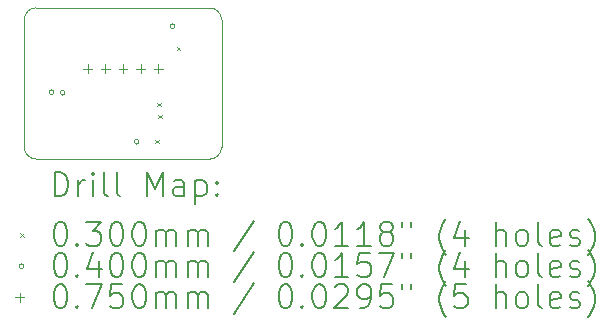
<source format=gbr>
%TF.GenerationSoftware,KiCad,Pcbnew,8.0.2*%
%TF.CreationDate,2024-07-25T04:43:01-07:00*%
%TF.ProjectId,uSlime_BNO085,75536c69-6d65-45f4-924e-4f3038352e6b,rev?*%
%TF.SameCoordinates,Original*%
%TF.FileFunction,Drillmap*%
%TF.FilePolarity,Positive*%
%FSLAX45Y45*%
G04 Gerber Fmt 4.5, Leading zero omitted, Abs format (unit mm)*
G04 Created by KiCad (PCBNEW 8.0.2) date 2024-07-25 04:43:01*
%MOMM*%
%LPD*%
G01*
G04 APERTURE LIST*
%ADD10C,0.050000*%
%ADD11C,0.200000*%
%ADD12C,0.100000*%
G04 APERTURE END LIST*
D10*
X11634999Y-8935711D02*
X10165000Y-8935000D01*
X10165000Y-10215000D02*
X11635000Y-10215000D01*
X11735000Y-10115000D02*
X11734999Y-9035711D01*
X10065000Y-9035000D02*
G75*
G02*
X10165000Y-8935000I100000J0D01*
G01*
X10065000Y-9035000D02*
X10065000Y-10115000D01*
X10165000Y-10215000D02*
G75*
G02*
X10065000Y-10115000I0J100000D01*
G01*
X11634999Y-8935711D02*
G75*
G02*
X11734999Y-9035711I1J-99999D01*
G01*
X11735000Y-10115000D02*
G75*
G02*
X11635000Y-10215000I-100000J0D01*
G01*
D11*
D12*
X11175000Y-10050000D02*
X11205000Y-10080000D01*
X11205000Y-10050000D02*
X11175000Y-10080000D01*
X11190000Y-9740000D02*
X11220000Y-9770000D01*
X11220000Y-9740000D02*
X11190000Y-9770000D01*
X11197780Y-9838441D02*
X11227780Y-9868441D01*
X11227780Y-9838441D02*
X11197780Y-9868441D01*
X11355000Y-9265000D02*
X11385000Y-9295000D01*
X11385000Y-9265000D02*
X11355000Y-9295000D01*
X10315000Y-9650000D02*
G75*
G02*
X10275000Y-9650000I-20000J0D01*
G01*
X10275000Y-9650000D02*
G75*
G02*
X10315000Y-9650000I20000J0D01*
G01*
X10410000Y-9655000D02*
G75*
G02*
X10370000Y-9655000I-20000J0D01*
G01*
X10370000Y-9655000D02*
G75*
G02*
X10410000Y-9655000I20000J0D01*
G01*
X11036671Y-10070054D02*
G75*
G02*
X10996671Y-10070054I-20000J0D01*
G01*
X10996671Y-10070054D02*
G75*
G02*
X11036671Y-10070054I20000J0D01*
G01*
X11340000Y-9090000D02*
G75*
G02*
X11300000Y-9090000I-20000J0D01*
G01*
X11300000Y-9090000D02*
G75*
G02*
X11340000Y-9090000I20000J0D01*
G01*
X10600500Y-9412500D02*
X10600500Y-9487500D01*
X10563000Y-9450000D02*
X10638000Y-9450000D01*
X10750500Y-9412500D02*
X10750500Y-9487500D01*
X10713000Y-9450000D02*
X10788000Y-9450000D01*
X10900500Y-9412500D02*
X10900500Y-9487500D01*
X10863000Y-9450000D02*
X10938000Y-9450000D01*
X11050500Y-9412500D02*
X11050500Y-9487500D01*
X11013000Y-9450000D02*
X11088000Y-9450000D01*
X11200500Y-9412500D02*
X11200500Y-9487500D01*
X11163000Y-9450000D02*
X11238000Y-9450000D01*
D11*
X10323277Y-10528984D02*
X10323277Y-10328984D01*
X10323277Y-10328984D02*
X10370896Y-10328984D01*
X10370896Y-10328984D02*
X10399467Y-10338508D01*
X10399467Y-10338508D02*
X10418515Y-10357555D01*
X10418515Y-10357555D02*
X10428039Y-10376603D01*
X10428039Y-10376603D02*
X10437563Y-10414698D01*
X10437563Y-10414698D02*
X10437563Y-10443270D01*
X10437563Y-10443270D02*
X10428039Y-10481365D01*
X10428039Y-10481365D02*
X10418515Y-10500412D01*
X10418515Y-10500412D02*
X10399467Y-10519460D01*
X10399467Y-10519460D02*
X10370896Y-10528984D01*
X10370896Y-10528984D02*
X10323277Y-10528984D01*
X10523277Y-10528984D02*
X10523277Y-10395650D01*
X10523277Y-10433746D02*
X10532801Y-10414698D01*
X10532801Y-10414698D02*
X10542324Y-10405174D01*
X10542324Y-10405174D02*
X10561372Y-10395650D01*
X10561372Y-10395650D02*
X10580420Y-10395650D01*
X10647086Y-10528984D02*
X10647086Y-10395650D01*
X10647086Y-10328984D02*
X10637563Y-10338508D01*
X10637563Y-10338508D02*
X10647086Y-10348031D01*
X10647086Y-10348031D02*
X10656610Y-10338508D01*
X10656610Y-10338508D02*
X10647086Y-10328984D01*
X10647086Y-10328984D02*
X10647086Y-10348031D01*
X10770896Y-10528984D02*
X10751848Y-10519460D01*
X10751848Y-10519460D02*
X10742324Y-10500412D01*
X10742324Y-10500412D02*
X10742324Y-10328984D01*
X10875658Y-10528984D02*
X10856610Y-10519460D01*
X10856610Y-10519460D02*
X10847086Y-10500412D01*
X10847086Y-10500412D02*
X10847086Y-10328984D01*
X11104229Y-10528984D02*
X11104229Y-10328984D01*
X11104229Y-10328984D02*
X11170896Y-10471841D01*
X11170896Y-10471841D02*
X11237562Y-10328984D01*
X11237562Y-10328984D02*
X11237562Y-10528984D01*
X11418515Y-10528984D02*
X11418515Y-10424222D01*
X11418515Y-10424222D02*
X11408991Y-10405174D01*
X11408991Y-10405174D02*
X11389943Y-10395650D01*
X11389943Y-10395650D02*
X11351848Y-10395650D01*
X11351848Y-10395650D02*
X11332801Y-10405174D01*
X11418515Y-10519460D02*
X11399467Y-10528984D01*
X11399467Y-10528984D02*
X11351848Y-10528984D01*
X11351848Y-10528984D02*
X11332801Y-10519460D01*
X11332801Y-10519460D02*
X11323277Y-10500412D01*
X11323277Y-10500412D02*
X11323277Y-10481365D01*
X11323277Y-10481365D02*
X11332801Y-10462317D01*
X11332801Y-10462317D02*
X11351848Y-10452793D01*
X11351848Y-10452793D02*
X11399467Y-10452793D01*
X11399467Y-10452793D02*
X11418515Y-10443270D01*
X11513753Y-10395650D02*
X11513753Y-10595650D01*
X11513753Y-10405174D02*
X11532801Y-10395650D01*
X11532801Y-10395650D02*
X11570896Y-10395650D01*
X11570896Y-10395650D02*
X11589943Y-10405174D01*
X11589943Y-10405174D02*
X11599467Y-10414698D01*
X11599467Y-10414698D02*
X11608991Y-10433746D01*
X11608991Y-10433746D02*
X11608991Y-10490889D01*
X11608991Y-10490889D02*
X11599467Y-10509936D01*
X11599467Y-10509936D02*
X11589943Y-10519460D01*
X11589943Y-10519460D02*
X11570896Y-10528984D01*
X11570896Y-10528984D02*
X11532801Y-10528984D01*
X11532801Y-10528984D02*
X11513753Y-10519460D01*
X11694705Y-10509936D02*
X11704229Y-10519460D01*
X11704229Y-10519460D02*
X11694705Y-10528984D01*
X11694705Y-10528984D02*
X11685182Y-10519460D01*
X11685182Y-10519460D02*
X11694705Y-10509936D01*
X11694705Y-10509936D02*
X11694705Y-10528984D01*
X11694705Y-10405174D02*
X11704229Y-10414698D01*
X11704229Y-10414698D02*
X11694705Y-10424222D01*
X11694705Y-10424222D02*
X11685182Y-10414698D01*
X11685182Y-10414698D02*
X11694705Y-10405174D01*
X11694705Y-10405174D02*
X11694705Y-10424222D01*
D12*
X10032500Y-10842500D02*
X10062500Y-10872500D01*
X10062500Y-10842500D02*
X10032500Y-10872500D01*
D11*
X10361372Y-10748984D02*
X10380420Y-10748984D01*
X10380420Y-10748984D02*
X10399467Y-10758508D01*
X10399467Y-10758508D02*
X10408991Y-10768031D01*
X10408991Y-10768031D02*
X10418515Y-10787079D01*
X10418515Y-10787079D02*
X10428039Y-10825174D01*
X10428039Y-10825174D02*
X10428039Y-10872793D01*
X10428039Y-10872793D02*
X10418515Y-10910889D01*
X10418515Y-10910889D02*
X10408991Y-10929936D01*
X10408991Y-10929936D02*
X10399467Y-10939460D01*
X10399467Y-10939460D02*
X10380420Y-10948984D01*
X10380420Y-10948984D02*
X10361372Y-10948984D01*
X10361372Y-10948984D02*
X10342324Y-10939460D01*
X10342324Y-10939460D02*
X10332801Y-10929936D01*
X10332801Y-10929936D02*
X10323277Y-10910889D01*
X10323277Y-10910889D02*
X10313753Y-10872793D01*
X10313753Y-10872793D02*
X10313753Y-10825174D01*
X10313753Y-10825174D02*
X10323277Y-10787079D01*
X10323277Y-10787079D02*
X10332801Y-10768031D01*
X10332801Y-10768031D02*
X10342324Y-10758508D01*
X10342324Y-10758508D02*
X10361372Y-10748984D01*
X10513753Y-10929936D02*
X10523277Y-10939460D01*
X10523277Y-10939460D02*
X10513753Y-10948984D01*
X10513753Y-10948984D02*
X10504229Y-10939460D01*
X10504229Y-10939460D02*
X10513753Y-10929936D01*
X10513753Y-10929936D02*
X10513753Y-10948984D01*
X10589944Y-10748984D02*
X10713753Y-10748984D01*
X10713753Y-10748984D02*
X10647086Y-10825174D01*
X10647086Y-10825174D02*
X10675658Y-10825174D01*
X10675658Y-10825174D02*
X10694705Y-10834698D01*
X10694705Y-10834698D02*
X10704229Y-10844222D01*
X10704229Y-10844222D02*
X10713753Y-10863270D01*
X10713753Y-10863270D02*
X10713753Y-10910889D01*
X10713753Y-10910889D02*
X10704229Y-10929936D01*
X10704229Y-10929936D02*
X10694705Y-10939460D01*
X10694705Y-10939460D02*
X10675658Y-10948984D01*
X10675658Y-10948984D02*
X10618515Y-10948984D01*
X10618515Y-10948984D02*
X10599467Y-10939460D01*
X10599467Y-10939460D02*
X10589944Y-10929936D01*
X10837563Y-10748984D02*
X10856610Y-10748984D01*
X10856610Y-10748984D02*
X10875658Y-10758508D01*
X10875658Y-10758508D02*
X10885182Y-10768031D01*
X10885182Y-10768031D02*
X10894705Y-10787079D01*
X10894705Y-10787079D02*
X10904229Y-10825174D01*
X10904229Y-10825174D02*
X10904229Y-10872793D01*
X10904229Y-10872793D02*
X10894705Y-10910889D01*
X10894705Y-10910889D02*
X10885182Y-10929936D01*
X10885182Y-10929936D02*
X10875658Y-10939460D01*
X10875658Y-10939460D02*
X10856610Y-10948984D01*
X10856610Y-10948984D02*
X10837563Y-10948984D01*
X10837563Y-10948984D02*
X10818515Y-10939460D01*
X10818515Y-10939460D02*
X10808991Y-10929936D01*
X10808991Y-10929936D02*
X10799467Y-10910889D01*
X10799467Y-10910889D02*
X10789944Y-10872793D01*
X10789944Y-10872793D02*
X10789944Y-10825174D01*
X10789944Y-10825174D02*
X10799467Y-10787079D01*
X10799467Y-10787079D02*
X10808991Y-10768031D01*
X10808991Y-10768031D02*
X10818515Y-10758508D01*
X10818515Y-10758508D02*
X10837563Y-10748984D01*
X11028039Y-10748984D02*
X11047086Y-10748984D01*
X11047086Y-10748984D02*
X11066134Y-10758508D01*
X11066134Y-10758508D02*
X11075658Y-10768031D01*
X11075658Y-10768031D02*
X11085182Y-10787079D01*
X11085182Y-10787079D02*
X11094705Y-10825174D01*
X11094705Y-10825174D02*
X11094705Y-10872793D01*
X11094705Y-10872793D02*
X11085182Y-10910889D01*
X11085182Y-10910889D02*
X11075658Y-10929936D01*
X11075658Y-10929936D02*
X11066134Y-10939460D01*
X11066134Y-10939460D02*
X11047086Y-10948984D01*
X11047086Y-10948984D02*
X11028039Y-10948984D01*
X11028039Y-10948984D02*
X11008991Y-10939460D01*
X11008991Y-10939460D02*
X10999467Y-10929936D01*
X10999467Y-10929936D02*
X10989944Y-10910889D01*
X10989944Y-10910889D02*
X10980420Y-10872793D01*
X10980420Y-10872793D02*
X10980420Y-10825174D01*
X10980420Y-10825174D02*
X10989944Y-10787079D01*
X10989944Y-10787079D02*
X10999467Y-10768031D01*
X10999467Y-10768031D02*
X11008991Y-10758508D01*
X11008991Y-10758508D02*
X11028039Y-10748984D01*
X11180420Y-10948984D02*
X11180420Y-10815650D01*
X11180420Y-10834698D02*
X11189943Y-10825174D01*
X11189943Y-10825174D02*
X11208991Y-10815650D01*
X11208991Y-10815650D02*
X11237563Y-10815650D01*
X11237563Y-10815650D02*
X11256610Y-10825174D01*
X11256610Y-10825174D02*
X11266134Y-10844222D01*
X11266134Y-10844222D02*
X11266134Y-10948984D01*
X11266134Y-10844222D02*
X11275658Y-10825174D01*
X11275658Y-10825174D02*
X11294705Y-10815650D01*
X11294705Y-10815650D02*
X11323277Y-10815650D01*
X11323277Y-10815650D02*
X11342324Y-10825174D01*
X11342324Y-10825174D02*
X11351848Y-10844222D01*
X11351848Y-10844222D02*
X11351848Y-10948984D01*
X11447086Y-10948984D02*
X11447086Y-10815650D01*
X11447086Y-10834698D02*
X11456610Y-10825174D01*
X11456610Y-10825174D02*
X11475658Y-10815650D01*
X11475658Y-10815650D02*
X11504229Y-10815650D01*
X11504229Y-10815650D02*
X11523277Y-10825174D01*
X11523277Y-10825174D02*
X11532801Y-10844222D01*
X11532801Y-10844222D02*
X11532801Y-10948984D01*
X11532801Y-10844222D02*
X11542324Y-10825174D01*
X11542324Y-10825174D02*
X11561372Y-10815650D01*
X11561372Y-10815650D02*
X11589943Y-10815650D01*
X11589943Y-10815650D02*
X11608991Y-10825174D01*
X11608991Y-10825174D02*
X11618515Y-10844222D01*
X11618515Y-10844222D02*
X11618515Y-10948984D01*
X12008991Y-10739460D02*
X11837563Y-10996603D01*
X12266134Y-10748984D02*
X12285182Y-10748984D01*
X12285182Y-10748984D02*
X12304229Y-10758508D01*
X12304229Y-10758508D02*
X12313753Y-10768031D01*
X12313753Y-10768031D02*
X12323277Y-10787079D01*
X12323277Y-10787079D02*
X12332801Y-10825174D01*
X12332801Y-10825174D02*
X12332801Y-10872793D01*
X12332801Y-10872793D02*
X12323277Y-10910889D01*
X12323277Y-10910889D02*
X12313753Y-10929936D01*
X12313753Y-10929936D02*
X12304229Y-10939460D01*
X12304229Y-10939460D02*
X12285182Y-10948984D01*
X12285182Y-10948984D02*
X12266134Y-10948984D01*
X12266134Y-10948984D02*
X12247086Y-10939460D01*
X12247086Y-10939460D02*
X12237563Y-10929936D01*
X12237563Y-10929936D02*
X12228039Y-10910889D01*
X12228039Y-10910889D02*
X12218515Y-10872793D01*
X12218515Y-10872793D02*
X12218515Y-10825174D01*
X12218515Y-10825174D02*
X12228039Y-10787079D01*
X12228039Y-10787079D02*
X12237563Y-10768031D01*
X12237563Y-10768031D02*
X12247086Y-10758508D01*
X12247086Y-10758508D02*
X12266134Y-10748984D01*
X12418515Y-10929936D02*
X12428039Y-10939460D01*
X12428039Y-10939460D02*
X12418515Y-10948984D01*
X12418515Y-10948984D02*
X12408991Y-10939460D01*
X12408991Y-10939460D02*
X12418515Y-10929936D01*
X12418515Y-10929936D02*
X12418515Y-10948984D01*
X12551848Y-10748984D02*
X12570896Y-10748984D01*
X12570896Y-10748984D02*
X12589944Y-10758508D01*
X12589944Y-10758508D02*
X12599467Y-10768031D01*
X12599467Y-10768031D02*
X12608991Y-10787079D01*
X12608991Y-10787079D02*
X12618515Y-10825174D01*
X12618515Y-10825174D02*
X12618515Y-10872793D01*
X12618515Y-10872793D02*
X12608991Y-10910889D01*
X12608991Y-10910889D02*
X12599467Y-10929936D01*
X12599467Y-10929936D02*
X12589944Y-10939460D01*
X12589944Y-10939460D02*
X12570896Y-10948984D01*
X12570896Y-10948984D02*
X12551848Y-10948984D01*
X12551848Y-10948984D02*
X12532801Y-10939460D01*
X12532801Y-10939460D02*
X12523277Y-10929936D01*
X12523277Y-10929936D02*
X12513753Y-10910889D01*
X12513753Y-10910889D02*
X12504229Y-10872793D01*
X12504229Y-10872793D02*
X12504229Y-10825174D01*
X12504229Y-10825174D02*
X12513753Y-10787079D01*
X12513753Y-10787079D02*
X12523277Y-10768031D01*
X12523277Y-10768031D02*
X12532801Y-10758508D01*
X12532801Y-10758508D02*
X12551848Y-10748984D01*
X12808991Y-10948984D02*
X12694706Y-10948984D01*
X12751848Y-10948984D02*
X12751848Y-10748984D01*
X12751848Y-10748984D02*
X12732801Y-10777555D01*
X12732801Y-10777555D02*
X12713753Y-10796603D01*
X12713753Y-10796603D02*
X12694706Y-10806127D01*
X12999467Y-10948984D02*
X12885182Y-10948984D01*
X12942325Y-10948984D02*
X12942325Y-10748984D01*
X12942325Y-10748984D02*
X12923277Y-10777555D01*
X12923277Y-10777555D02*
X12904229Y-10796603D01*
X12904229Y-10796603D02*
X12885182Y-10806127D01*
X13113753Y-10834698D02*
X13094706Y-10825174D01*
X13094706Y-10825174D02*
X13085182Y-10815650D01*
X13085182Y-10815650D02*
X13075658Y-10796603D01*
X13075658Y-10796603D02*
X13075658Y-10787079D01*
X13075658Y-10787079D02*
X13085182Y-10768031D01*
X13085182Y-10768031D02*
X13094706Y-10758508D01*
X13094706Y-10758508D02*
X13113753Y-10748984D01*
X13113753Y-10748984D02*
X13151848Y-10748984D01*
X13151848Y-10748984D02*
X13170896Y-10758508D01*
X13170896Y-10758508D02*
X13180420Y-10768031D01*
X13180420Y-10768031D02*
X13189944Y-10787079D01*
X13189944Y-10787079D02*
X13189944Y-10796603D01*
X13189944Y-10796603D02*
X13180420Y-10815650D01*
X13180420Y-10815650D02*
X13170896Y-10825174D01*
X13170896Y-10825174D02*
X13151848Y-10834698D01*
X13151848Y-10834698D02*
X13113753Y-10834698D01*
X13113753Y-10834698D02*
X13094706Y-10844222D01*
X13094706Y-10844222D02*
X13085182Y-10853746D01*
X13085182Y-10853746D02*
X13075658Y-10872793D01*
X13075658Y-10872793D02*
X13075658Y-10910889D01*
X13075658Y-10910889D02*
X13085182Y-10929936D01*
X13085182Y-10929936D02*
X13094706Y-10939460D01*
X13094706Y-10939460D02*
X13113753Y-10948984D01*
X13113753Y-10948984D02*
X13151848Y-10948984D01*
X13151848Y-10948984D02*
X13170896Y-10939460D01*
X13170896Y-10939460D02*
X13180420Y-10929936D01*
X13180420Y-10929936D02*
X13189944Y-10910889D01*
X13189944Y-10910889D02*
X13189944Y-10872793D01*
X13189944Y-10872793D02*
X13180420Y-10853746D01*
X13180420Y-10853746D02*
X13170896Y-10844222D01*
X13170896Y-10844222D02*
X13151848Y-10834698D01*
X13266134Y-10748984D02*
X13266134Y-10787079D01*
X13342325Y-10748984D02*
X13342325Y-10787079D01*
X13637563Y-11025174D02*
X13628039Y-11015650D01*
X13628039Y-11015650D02*
X13608991Y-10987079D01*
X13608991Y-10987079D02*
X13599468Y-10968031D01*
X13599468Y-10968031D02*
X13589944Y-10939460D01*
X13589944Y-10939460D02*
X13580420Y-10891841D01*
X13580420Y-10891841D02*
X13580420Y-10853746D01*
X13580420Y-10853746D02*
X13589944Y-10806127D01*
X13589944Y-10806127D02*
X13599468Y-10777555D01*
X13599468Y-10777555D02*
X13608991Y-10758508D01*
X13608991Y-10758508D02*
X13628039Y-10729936D01*
X13628039Y-10729936D02*
X13637563Y-10720412D01*
X13799468Y-10815650D02*
X13799468Y-10948984D01*
X13751848Y-10739460D02*
X13704229Y-10882317D01*
X13704229Y-10882317D02*
X13828039Y-10882317D01*
X14056610Y-10948984D02*
X14056610Y-10748984D01*
X14142325Y-10948984D02*
X14142325Y-10844222D01*
X14142325Y-10844222D02*
X14132801Y-10825174D01*
X14132801Y-10825174D02*
X14113753Y-10815650D01*
X14113753Y-10815650D02*
X14085182Y-10815650D01*
X14085182Y-10815650D02*
X14066134Y-10825174D01*
X14066134Y-10825174D02*
X14056610Y-10834698D01*
X14266134Y-10948984D02*
X14247087Y-10939460D01*
X14247087Y-10939460D02*
X14237563Y-10929936D01*
X14237563Y-10929936D02*
X14228039Y-10910889D01*
X14228039Y-10910889D02*
X14228039Y-10853746D01*
X14228039Y-10853746D02*
X14237563Y-10834698D01*
X14237563Y-10834698D02*
X14247087Y-10825174D01*
X14247087Y-10825174D02*
X14266134Y-10815650D01*
X14266134Y-10815650D02*
X14294706Y-10815650D01*
X14294706Y-10815650D02*
X14313753Y-10825174D01*
X14313753Y-10825174D02*
X14323277Y-10834698D01*
X14323277Y-10834698D02*
X14332801Y-10853746D01*
X14332801Y-10853746D02*
X14332801Y-10910889D01*
X14332801Y-10910889D02*
X14323277Y-10929936D01*
X14323277Y-10929936D02*
X14313753Y-10939460D01*
X14313753Y-10939460D02*
X14294706Y-10948984D01*
X14294706Y-10948984D02*
X14266134Y-10948984D01*
X14447087Y-10948984D02*
X14428039Y-10939460D01*
X14428039Y-10939460D02*
X14418515Y-10920412D01*
X14418515Y-10920412D02*
X14418515Y-10748984D01*
X14599468Y-10939460D02*
X14580420Y-10948984D01*
X14580420Y-10948984D02*
X14542325Y-10948984D01*
X14542325Y-10948984D02*
X14523277Y-10939460D01*
X14523277Y-10939460D02*
X14513753Y-10920412D01*
X14513753Y-10920412D02*
X14513753Y-10844222D01*
X14513753Y-10844222D02*
X14523277Y-10825174D01*
X14523277Y-10825174D02*
X14542325Y-10815650D01*
X14542325Y-10815650D02*
X14580420Y-10815650D01*
X14580420Y-10815650D02*
X14599468Y-10825174D01*
X14599468Y-10825174D02*
X14608991Y-10844222D01*
X14608991Y-10844222D02*
X14608991Y-10863270D01*
X14608991Y-10863270D02*
X14513753Y-10882317D01*
X14685182Y-10939460D02*
X14704230Y-10948984D01*
X14704230Y-10948984D02*
X14742325Y-10948984D01*
X14742325Y-10948984D02*
X14761372Y-10939460D01*
X14761372Y-10939460D02*
X14770896Y-10920412D01*
X14770896Y-10920412D02*
X14770896Y-10910889D01*
X14770896Y-10910889D02*
X14761372Y-10891841D01*
X14761372Y-10891841D02*
X14742325Y-10882317D01*
X14742325Y-10882317D02*
X14713753Y-10882317D01*
X14713753Y-10882317D02*
X14694706Y-10872793D01*
X14694706Y-10872793D02*
X14685182Y-10853746D01*
X14685182Y-10853746D02*
X14685182Y-10844222D01*
X14685182Y-10844222D02*
X14694706Y-10825174D01*
X14694706Y-10825174D02*
X14713753Y-10815650D01*
X14713753Y-10815650D02*
X14742325Y-10815650D01*
X14742325Y-10815650D02*
X14761372Y-10825174D01*
X14837563Y-11025174D02*
X14847087Y-11015650D01*
X14847087Y-11015650D02*
X14866134Y-10987079D01*
X14866134Y-10987079D02*
X14875658Y-10968031D01*
X14875658Y-10968031D02*
X14885182Y-10939460D01*
X14885182Y-10939460D02*
X14894706Y-10891841D01*
X14894706Y-10891841D02*
X14894706Y-10853746D01*
X14894706Y-10853746D02*
X14885182Y-10806127D01*
X14885182Y-10806127D02*
X14875658Y-10777555D01*
X14875658Y-10777555D02*
X14866134Y-10758508D01*
X14866134Y-10758508D02*
X14847087Y-10729936D01*
X14847087Y-10729936D02*
X14837563Y-10720412D01*
D12*
X10062500Y-11121500D02*
G75*
G02*
X10022500Y-11121500I-20000J0D01*
G01*
X10022500Y-11121500D02*
G75*
G02*
X10062500Y-11121500I20000J0D01*
G01*
D11*
X10361372Y-11012984D02*
X10380420Y-11012984D01*
X10380420Y-11012984D02*
X10399467Y-11022508D01*
X10399467Y-11022508D02*
X10408991Y-11032031D01*
X10408991Y-11032031D02*
X10418515Y-11051079D01*
X10418515Y-11051079D02*
X10428039Y-11089174D01*
X10428039Y-11089174D02*
X10428039Y-11136793D01*
X10428039Y-11136793D02*
X10418515Y-11174889D01*
X10418515Y-11174889D02*
X10408991Y-11193936D01*
X10408991Y-11193936D02*
X10399467Y-11203460D01*
X10399467Y-11203460D02*
X10380420Y-11212984D01*
X10380420Y-11212984D02*
X10361372Y-11212984D01*
X10361372Y-11212984D02*
X10342324Y-11203460D01*
X10342324Y-11203460D02*
X10332801Y-11193936D01*
X10332801Y-11193936D02*
X10323277Y-11174889D01*
X10323277Y-11174889D02*
X10313753Y-11136793D01*
X10313753Y-11136793D02*
X10313753Y-11089174D01*
X10313753Y-11089174D02*
X10323277Y-11051079D01*
X10323277Y-11051079D02*
X10332801Y-11032031D01*
X10332801Y-11032031D02*
X10342324Y-11022508D01*
X10342324Y-11022508D02*
X10361372Y-11012984D01*
X10513753Y-11193936D02*
X10523277Y-11203460D01*
X10523277Y-11203460D02*
X10513753Y-11212984D01*
X10513753Y-11212984D02*
X10504229Y-11203460D01*
X10504229Y-11203460D02*
X10513753Y-11193936D01*
X10513753Y-11193936D02*
X10513753Y-11212984D01*
X10694705Y-11079650D02*
X10694705Y-11212984D01*
X10647086Y-11003460D02*
X10599467Y-11146317D01*
X10599467Y-11146317D02*
X10723277Y-11146317D01*
X10837563Y-11012984D02*
X10856610Y-11012984D01*
X10856610Y-11012984D02*
X10875658Y-11022508D01*
X10875658Y-11022508D02*
X10885182Y-11032031D01*
X10885182Y-11032031D02*
X10894705Y-11051079D01*
X10894705Y-11051079D02*
X10904229Y-11089174D01*
X10904229Y-11089174D02*
X10904229Y-11136793D01*
X10904229Y-11136793D02*
X10894705Y-11174889D01*
X10894705Y-11174889D02*
X10885182Y-11193936D01*
X10885182Y-11193936D02*
X10875658Y-11203460D01*
X10875658Y-11203460D02*
X10856610Y-11212984D01*
X10856610Y-11212984D02*
X10837563Y-11212984D01*
X10837563Y-11212984D02*
X10818515Y-11203460D01*
X10818515Y-11203460D02*
X10808991Y-11193936D01*
X10808991Y-11193936D02*
X10799467Y-11174889D01*
X10799467Y-11174889D02*
X10789944Y-11136793D01*
X10789944Y-11136793D02*
X10789944Y-11089174D01*
X10789944Y-11089174D02*
X10799467Y-11051079D01*
X10799467Y-11051079D02*
X10808991Y-11032031D01*
X10808991Y-11032031D02*
X10818515Y-11022508D01*
X10818515Y-11022508D02*
X10837563Y-11012984D01*
X11028039Y-11012984D02*
X11047086Y-11012984D01*
X11047086Y-11012984D02*
X11066134Y-11022508D01*
X11066134Y-11022508D02*
X11075658Y-11032031D01*
X11075658Y-11032031D02*
X11085182Y-11051079D01*
X11085182Y-11051079D02*
X11094705Y-11089174D01*
X11094705Y-11089174D02*
X11094705Y-11136793D01*
X11094705Y-11136793D02*
X11085182Y-11174889D01*
X11085182Y-11174889D02*
X11075658Y-11193936D01*
X11075658Y-11193936D02*
X11066134Y-11203460D01*
X11066134Y-11203460D02*
X11047086Y-11212984D01*
X11047086Y-11212984D02*
X11028039Y-11212984D01*
X11028039Y-11212984D02*
X11008991Y-11203460D01*
X11008991Y-11203460D02*
X10999467Y-11193936D01*
X10999467Y-11193936D02*
X10989944Y-11174889D01*
X10989944Y-11174889D02*
X10980420Y-11136793D01*
X10980420Y-11136793D02*
X10980420Y-11089174D01*
X10980420Y-11089174D02*
X10989944Y-11051079D01*
X10989944Y-11051079D02*
X10999467Y-11032031D01*
X10999467Y-11032031D02*
X11008991Y-11022508D01*
X11008991Y-11022508D02*
X11028039Y-11012984D01*
X11180420Y-11212984D02*
X11180420Y-11079650D01*
X11180420Y-11098698D02*
X11189943Y-11089174D01*
X11189943Y-11089174D02*
X11208991Y-11079650D01*
X11208991Y-11079650D02*
X11237563Y-11079650D01*
X11237563Y-11079650D02*
X11256610Y-11089174D01*
X11256610Y-11089174D02*
X11266134Y-11108222D01*
X11266134Y-11108222D02*
X11266134Y-11212984D01*
X11266134Y-11108222D02*
X11275658Y-11089174D01*
X11275658Y-11089174D02*
X11294705Y-11079650D01*
X11294705Y-11079650D02*
X11323277Y-11079650D01*
X11323277Y-11079650D02*
X11342324Y-11089174D01*
X11342324Y-11089174D02*
X11351848Y-11108222D01*
X11351848Y-11108222D02*
X11351848Y-11212984D01*
X11447086Y-11212984D02*
X11447086Y-11079650D01*
X11447086Y-11098698D02*
X11456610Y-11089174D01*
X11456610Y-11089174D02*
X11475658Y-11079650D01*
X11475658Y-11079650D02*
X11504229Y-11079650D01*
X11504229Y-11079650D02*
X11523277Y-11089174D01*
X11523277Y-11089174D02*
X11532801Y-11108222D01*
X11532801Y-11108222D02*
X11532801Y-11212984D01*
X11532801Y-11108222D02*
X11542324Y-11089174D01*
X11542324Y-11089174D02*
X11561372Y-11079650D01*
X11561372Y-11079650D02*
X11589943Y-11079650D01*
X11589943Y-11079650D02*
X11608991Y-11089174D01*
X11608991Y-11089174D02*
X11618515Y-11108222D01*
X11618515Y-11108222D02*
X11618515Y-11212984D01*
X12008991Y-11003460D02*
X11837563Y-11260603D01*
X12266134Y-11012984D02*
X12285182Y-11012984D01*
X12285182Y-11012984D02*
X12304229Y-11022508D01*
X12304229Y-11022508D02*
X12313753Y-11032031D01*
X12313753Y-11032031D02*
X12323277Y-11051079D01*
X12323277Y-11051079D02*
X12332801Y-11089174D01*
X12332801Y-11089174D02*
X12332801Y-11136793D01*
X12332801Y-11136793D02*
X12323277Y-11174889D01*
X12323277Y-11174889D02*
X12313753Y-11193936D01*
X12313753Y-11193936D02*
X12304229Y-11203460D01*
X12304229Y-11203460D02*
X12285182Y-11212984D01*
X12285182Y-11212984D02*
X12266134Y-11212984D01*
X12266134Y-11212984D02*
X12247086Y-11203460D01*
X12247086Y-11203460D02*
X12237563Y-11193936D01*
X12237563Y-11193936D02*
X12228039Y-11174889D01*
X12228039Y-11174889D02*
X12218515Y-11136793D01*
X12218515Y-11136793D02*
X12218515Y-11089174D01*
X12218515Y-11089174D02*
X12228039Y-11051079D01*
X12228039Y-11051079D02*
X12237563Y-11032031D01*
X12237563Y-11032031D02*
X12247086Y-11022508D01*
X12247086Y-11022508D02*
X12266134Y-11012984D01*
X12418515Y-11193936D02*
X12428039Y-11203460D01*
X12428039Y-11203460D02*
X12418515Y-11212984D01*
X12418515Y-11212984D02*
X12408991Y-11203460D01*
X12408991Y-11203460D02*
X12418515Y-11193936D01*
X12418515Y-11193936D02*
X12418515Y-11212984D01*
X12551848Y-11012984D02*
X12570896Y-11012984D01*
X12570896Y-11012984D02*
X12589944Y-11022508D01*
X12589944Y-11022508D02*
X12599467Y-11032031D01*
X12599467Y-11032031D02*
X12608991Y-11051079D01*
X12608991Y-11051079D02*
X12618515Y-11089174D01*
X12618515Y-11089174D02*
X12618515Y-11136793D01*
X12618515Y-11136793D02*
X12608991Y-11174889D01*
X12608991Y-11174889D02*
X12599467Y-11193936D01*
X12599467Y-11193936D02*
X12589944Y-11203460D01*
X12589944Y-11203460D02*
X12570896Y-11212984D01*
X12570896Y-11212984D02*
X12551848Y-11212984D01*
X12551848Y-11212984D02*
X12532801Y-11203460D01*
X12532801Y-11203460D02*
X12523277Y-11193936D01*
X12523277Y-11193936D02*
X12513753Y-11174889D01*
X12513753Y-11174889D02*
X12504229Y-11136793D01*
X12504229Y-11136793D02*
X12504229Y-11089174D01*
X12504229Y-11089174D02*
X12513753Y-11051079D01*
X12513753Y-11051079D02*
X12523277Y-11032031D01*
X12523277Y-11032031D02*
X12532801Y-11022508D01*
X12532801Y-11022508D02*
X12551848Y-11012984D01*
X12808991Y-11212984D02*
X12694706Y-11212984D01*
X12751848Y-11212984D02*
X12751848Y-11012984D01*
X12751848Y-11012984D02*
X12732801Y-11041555D01*
X12732801Y-11041555D02*
X12713753Y-11060603D01*
X12713753Y-11060603D02*
X12694706Y-11070127D01*
X12989944Y-11012984D02*
X12894706Y-11012984D01*
X12894706Y-11012984D02*
X12885182Y-11108222D01*
X12885182Y-11108222D02*
X12894706Y-11098698D01*
X12894706Y-11098698D02*
X12913753Y-11089174D01*
X12913753Y-11089174D02*
X12961372Y-11089174D01*
X12961372Y-11089174D02*
X12980420Y-11098698D01*
X12980420Y-11098698D02*
X12989944Y-11108222D01*
X12989944Y-11108222D02*
X12999467Y-11127270D01*
X12999467Y-11127270D02*
X12999467Y-11174889D01*
X12999467Y-11174889D02*
X12989944Y-11193936D01*
X12989944Y-11193936D02*
X12980420Y-11203460D01*
X12980420Y-11203460D02*
X12961372Y-11212984D01*
X12961372Y-11212984D02*
X12913753Y-11212984D01*
X12913753Y-11212984D02*
X12894706Y-11203460D01*
X12894706Y-11203460D02*
X12885182Y-11193936D01*
X13066134Y-11012984D02*
X13199467Y-11012984D01*
X13199467Y-11012984D02*
X13113753Y-11212984D01*
X13266134Y-11012984D02*
X13266134Y-11051079D01*
X13342325Y-11012984D02*
X13342325Y-11051079D01*
X13637563Y-11289174D02*
X13628039Y-11279650D01*
X13628039Y-11279650D02*
X13608991Y-11251079D01*
X13608991Y-11251079D02*
X13599468Y-11232031D01*
X13599468Y-11232031D02*
X13589944Y-11203460D01*
X13589944Y-11203460D02*
X13580420Y-11155841D01*
X13580420Y-11155841D02*
X13580420Y-11117746D01*
X13580420Y-11117746D02*
X13589944Y-11070127D01*
X13589944Y-11070127D02*
X13599468Y-11041555D01*
X13599468Y-11041555D02*
X13608991Y-11022508D01*
X13608991Y-11022508D02*
X13628039Y-10993936D01*
X13628039Y-10993936D02*
X13637563Y-10984412D01*
X13799468Y-11079650D02*
X13799468Y-11212984D01*
X13751848Y-11003460D02*
X13704229Y-11146317D01*
X13704229Y-11146317D02*
X13828039Y-11146317D01*
X14056610Y-11212984D02*
X14056610Y-11012984D01*
X14142325Y-11212984D02*
X14142325Y-11108222D01*
X14142325Y-11108222D02*
X14132801Y-11089174D01*
X14132801Y-11089174D02*
X14113753Y-11079650D01*
X14113753Y-11079650D02*
X14085182Y-11079650D01*
X14085182Y-11079650D02*
X14066134Y-11089174D01*
X14066134Y-11089174D02*
X14056610Y-11098698D01*
X14266134Y-11212984D02*
X14247087Y-11203460D01*
X14247087Y-11203460D02*
X14237563Y-11193936D01*
X14237563Y-11193936D02*
X14228039Y-11174889D01*
X14228039Y-11174889D02*
X14228039Y-11117746D01*
X14228039Y-11117746D02*
X14237563Y-11098698D01*
X14237563Y-11098698D02*
X14247087Y-11089174D01*
X14247087Y-11089174D02*
X14266134Y-11079650D01*
X14266134Y-11079650D02*
X14294706Y-11079650D01*
X14294706Y-11079650D02*
X14313753Y-11089174D01*
X14313753Y-11089174D02*
X14323277Y-11098698D01*
X14323277Y-11098698D02*
X14332801Y-11117746D01*
X14332801Y-11117746D02*
X14332801Y-11174889D01*
X14332801Y-11174889D02*
X14323277Y-11193936D01*
X14323277Y-11193936D02*
X14313753Y-11203460D01*
X14313753Y-11203460D02*
X14294706Y-11212984D01*
X14294706Y-11212984D02*
X14266134Y-11212984D01*
X14447087Y-11212984D02*
X14428039Y-11203460D01*
X14428039Y-11203460D02*
X14418515Y-11184412D01*
X14418515Y-11184412D02*
X14418515Y-11012984D01*
X14599468Y-11203460D02*
X14580420Y-11212984D01*
X14580420Y-11212984D02*
X14542325Y-11212984D01*
X14542325Y-11212984D02*
X14523277Y-11203460D01*
X14523277Y-11203460D02*
X14513753Y-11184412D01*
X14513753Y-11184412D02*
X14513753Y-11108222D01*
X14513753Y-11108222D02*
X14523277Y-11089174D01*
X14523277Y-11089174D02*
X14542325Y-11079650D01*
X14542325Y-11079650D02*
X14580420Y-11079650D01*
X14580420Y-11079650D02*
X14599468Y-11089174D01*
X14599468Y-11089174D02*
X14608991Y-11108222D01*
X14608991Y-11108222D02*
X14608991Y-11127270D01*
X14608991Y-11127270D02*
X14513753Y-11146317D01*
X14685182Y-11203460D02*
X14704230Y-11212984D01*
X14704230Y-11212984D02*
X14742325Y-11212984D01*
X14742325Y-11212984D02*
X14761372Y-11203460D01*
X14761372Y-11203460D02*
X14770896Y-11184412D01*
X14770896Y-11184412D02*
X14770896Y-11174889D01*
X14770896Y-11174889D02*
X14761372Y-11155841D01*
X14761372Y-11155841D02*
X14742325Y-11146317D01*
X14742325Y-11146317D02*
X14713753Y-11146317D01*
X14713753Y-11146317D02*
X14694706Y-11136793D01*
X14694706Y-11136793D02*
X14685182Y-11117746D01*
X14685182Y-11117746D02*
X14685182Y-11108222D01*
X14685182Y-11108222D02*
X14694706Y-11089174D01*
X14694706Y-11089174D02*
X14713753Y-11079650D01*
X14713753Y-11079650D02*
X14742325Y-11079650D01*
X14742325Y-11079650D02*
X14761372Y-11089174D01*
X14837563Y-11289174D02*
X14847087Y-11279650D01*
X14847087Y-11279650D02*
X14866134Y-11251079D01*
X14866134Y-11251079D02*
X14875658Y-11232031D01*
X14875658Y-11232031D02*
X14885182Y-11203460D01*
X14885182Y-11203460D02*
X14894706Y-11155841D01*
X14894706Y-11155841D02*
X14894706Y-11117746D01*
X14894706Y-11117746D02*
X14885182Y-11070127D01*
X14885182Y-11070127D02*
X14875658Y-11041555D01*
X14875658Y-11041555D02*
X14866134Y-11022508D01*
X14866134Y-11022508D02*
X14847087Y-10993936D01*
X14847087Y-10993936D02*
X14837563Y-10984412D01*
D12*
X10025000Y-11348000D02*
X10025000Y-11423000D01*
X9987500Y-11385500D02*
X10062500Y-11385500D01*
D11*
X10361372Y-11276984D02*
X10380420Y-11276984D01*
X10380420Y-11276984D02*
X10399467Y-11286508D01*
X10399467Y-11286508D02*
X10408991Y-11296031D01*
X10408991Y-11296031D02*
X10418515Y-11315079D01*
X10418515Y-11315079D02*
X10428039Y-11353174D01*
X10428039Y-11353174D02*
X10428039Y-11400793D01*
X10428039Y-11400793D02*
X10418515Y-11438888D01*
X10418515Y-11438888D02*
X10408991Y-11457936D01*
X10408991Y-11457936D02*
X10399467Y-11467460D01*
X10399467Y-11467460D02*
X10380420Y-11476984D01*
X10380420Y-11476984D02*
X10361372Y-11476984D01*
X10361372Y-11476984D02*
X10342324Y-11467460D01*
X10342324Y-11467460D02*
X10332801Y-11457936D01*
X10332801Y-11457936D02*
X10323277Y-11438888D01*
X10323277Y-11438888D02*
X10313753Y-11400793D01*
X10313753Y-11400793D02*
X10313753Y-11353174D01*
X10313753Y-11353174D02*
X10323277Y-11315079D01*
X10323277Y-11315079D02*
X10332801Y-11296031D01*
X10332801Y-11296031D02*
X10342324Y-11286508D01*
X10342324Y-11286508D02*
X10361372Y-11276984D01*
X10513753Y-11457936D02*
X10523277Y-11467460D01*
X10523277Y-11467460D02*
X10513753Y-11476984D01*
X10513753Y-11476984D02*
X10504229Y-11467460D01*
X10504229Y-11467460D02*
X10513753Y-11457936D01*
X10513753Y-11457936D02*
X10513753Y-11476984D01*
X10589944Y-11276984D02*
X10723277Y-11276984D01*
X10723277Y-11276984D02*
X10637563Y-11476984D01*
X10894705Y-11276984D02*
X10799467Y-11276984D01*
X10799467Y-11276984D02*
X10789944Y-11372222D01*
X10789944Y-11372222D02*
X10799467Y-11362698D01*
X10799467Y-11362698D02*
X10818515Y-11353174D01*
X10818515Y-11353174D02*
X10866134Y-11353174D01*
X10866134Y-11353174D02*
X10885182Y-11362698D01*
X10885182Y-11362698D02*
X10894705Y-11372222D01*
X10894705Y-11372222D02*
X10904229Y-11391269D01*
X10904229Y-11391269D02*
X10904229Y-11438888D01*
X10904229Y-11438888D02*
X10894705Y-11457936D01*
X10894705Y-11457936D02*
X10885182Y-11467460D01*
X10885182Y-11467460D02*
X10866134Y-11476984D01*
X10866134Y-11476984D02*
X10818515Y-11476984D01*
X10818515Y-11476984D02*
X10799467Y-11467460D01*
X10799467Y-11467460D02*
X10789944Y-11457936D01*
X11028039Y-11276984D02*
X11047086Y-11276984D01*
X11047086Y-11276984D02*
X11066134Y-11286508D01*
X11066134Y-11286508D02*
X11075658Y-11296031D01*
X11075658Y-11296031D02*
X11085182Y-11315079D01*
X11085182Y-11315079D02*
X11094705Y-11353174D01*
X11094705Y-11353174D02*
X11094705Y-11400793D01*
X11094705Y-11400793D02*
X11085182Y-11438888D01*
X11085182Y-11438888D02*
X11075658Y-11457936D01*
X11075658Y-11457936D02*
X11066134Y-11467460D01*
X11066134Y-11467460D02*
X11047086Y-11476984D01*
X11047086Y-11476984D02*
X11028039Y-11476984D01*
X11028039Y-11476984D02*
X11008991Y-11467460D01*
X11008991Y-11467460D02*
X10999467Y-11457936D01*
X10999467Y-11457936D02*
X10989944Y-11438888D01*
X10989944Y-11438888D02*
X10980420Y-11400793D01*
X10980420Y-11400793D02*
X10980420Y-11353174D01*
X10980420Y-11353174D02*
X10989944Y-11315079D01*
X10989944Y-11315079D02*
X10999467Y-11296031D01*
X10999467Y-11296031D02*
X11008991Y-11286508D01*
X11008991Y-11286508D02*
X11028039Y-11276984D01*
X11180420Y-11476984D02*
X11180420Y-11343650D01*
X11180420Y-11362698D02*
X11189943Y-11353174D01*
X11189943Y-11353174D02*
X11208991Y-11343650D01*
X11208991Y-11343650D02*
X11237563Y-11343650D01*
X11237563Y-11343650D02*
X11256610Y-11353174D01*
X11256610Y-11353174D02*
X11266134Y-11372222D01*
X11266134Y-11372222D02*
X11266134Y-11476984D01*
X11266134Y-11372222D02*
X11275658Y-11353174D01*
X11275658Y-11353174D02*
X11294705Y-11343650D01*
X11294705Y-11343650D02*
X11323277Y-11343650D01*
X11323277Y-11343650D02*
X11342324Y-11353174D01*
X11342324Y-11353174D02*
X11351848Y-11372222D01*
X11351848Y-11372222D02*
X11351848Y-11476984D01*
X11447086Y-11476984D02*
X11447086Y-11343650D01*
X11447086Y-11362698D02*
X11456610Y-11353174D01*
X11456610Y-11353174D02*
X11475658Y-11343650D01*
X11475658Y-11343650D02*
X11504229Y-11343650D01*
X11504229Y-11343650D02*
X11523277Y-11353174D01*
X11523277Y-11353174D02*
X11532801Y-11372222D01*
X11532801Y-11372222D02*
X11532801Y-11476984D01*
X11532801Y-11372222D02*
X11542324Y-11353174D01*
X11542324Y-11353174D02*
X11561372Y-11343650D01*
X11561372Y-11343650D02*
X11589943Y-11343650D01*
X11589943Y-11343650D02*
X11608991Y-11353174D01*
X11608991Y-11353174D02*
X11618515Y-11372222D01*
X11618515Y-11372222D02*
X11618515Y-11476984D01*
X12008991Y-11267460D02*
X11837563Y-11524603D01*
X12266134Y-11276984D02*
X12285182Y-11276984D01*
X12285182Y-11276984D02*
X12304229Y-11286508D01*
X12304229Y-11286508D02*
X12313753Y-11296031D01*
X12313753Y-11296031D02*
X12323277Y-11315079D01*
X12323277Y-11315079D02*
X12332801Y-11353174D01*
X12332801Y-11353174D02*
X12332801Y-11400793D01*
X12332801Y-11400793D02*
X12323277Y-11438888D01*
X12323277Y-11438888D02*
X12313753Y-11457936D01*
X12313753Y-11457936D02*
X12304229Y-11467460D01*
X12304229Y-11467460D02*
X12285182Y-11476984D01*
X12285182Y-11476984D02*
X12266134Y-11476984D01*
X12266134Y-11476984D02*
X12247086Y-11467460D01*
X12247086Y-11467460D02*
X12237563Y-11457936D01*
X12237563Y-11457936D02*
X12228039Y-11438888D01*
X12228039Y-11438888D02*
X12218515Y-11400793D01*
X12218515Y-11400793D02*
X12218515Y-11353174D01*
X12218515Y-11353174D02*
X12228039Y-11315079D01*
X12228039Y-11315079D02*
X12237563Y-11296031D01*
X12237563Y-11296031D02*
X12247086Y-11286508D01*
X12247086Y-11286508D02*
X12266134Y-11276984D01*
X12418515Y-11457936D02*
X12428039Y-11467460D01*
X12428039Y-11467460D02*
X12418515Y-11476984D01*
X12418515Y-11476984D02*
X12408991Y-11467460D01*
X12408991Y-11467460D02*
X12418515Y-11457936D01*
X12418515Y-11457936D02*
X12418515Y-11476984D01*
X12551848Y-11276984D02*
X12570896Y-11276984D01*
X12570896Y-11276984D02*
X12589944Y-11286508D01*
X12589944Y-11286508D02*
X12599467Y-11296031D01*
X12599467Y-11296031D02*
X12608991Y-11315079D01*
X12608991Y-11315079D02*
X12618515Y-11353174D01*
X12618515Y-11353174D02*
X12618515Y-11400793D01*
X12618515Y-11400793D02*
X12608991Y-11438888D01*
X12608991Y-11438888D02*
X12599467Y-11457936D01*
X12599467Y-11457936D02*
X12589944Y-11467460D01*
X12589944Y-11467460D02*
X12570896Y-11476984D01*
X12570896Y-11476984D02*
X12551848Y-11476984D01*
X12551848Y-11476984D02*
X12532801Y-11467460D01*
X12532801Y-11467460D02*
X12523277Y-11457936D01*
X12523277Y-11457936D02*
X12513753Y-11438888D01*
X12513753Y-11438888D02*
X12504229Y-11400793D01*
X12504229Y-11400793D02*
X12504229Y-11353174D01*
X12504229Y-11353174D02*
X12513753Y-11315079D01*
X12513753Y-11315079D02*
X12523277Y-11296031D01*
X12523277Y-11296031D02*
X12532801Y-11286508D01*
X12532801Y-11286508D02*
X12551848Y-11276984D01*
X12694706Y-11296031D02*
X12704229Y-11286508D01*
X12704229Y-11286508D02*
X12723277Y-11276984D01*
X12723277Y-11276984D02*
X12770896Y-11276984D01*
X12770896Y-11276984D02*
X12789944Y-11286508D01*
X12789944Y-11286508D02*
X12799467Y-11296031D01*
X12799467Y-11296031D02*
X12808991Y-11315079D01*
X12808991Y-11315079D02*
X12808991Y-11334127D01*
X12808991Y-11334127D02*
X12799467Y-11362698D01*
X12799467Y-11362698D02*
X12685182Y-11476984D01*
X12685182Y-11476984D02*
X12808991Y-11476984D01*
X12904229Y-11476984D02*
X12942325Y-11476984D01*
X12942325Y-11476984D02*
X12961372Y-11467460D01*
X12961372Y-11467460D02*
X12970896Y-11457936D01*
X12970896Y-11457936D02*
X12989944Y-11429365D01*
X12989944Y-11429365D02*
X12999467Y-11391269D01*
X12999467Y-11391269D02*
X12999467Y-11315079D01*
X12999467Y-11315079D02*
X12989944Y-11296031D01*
X12989944Y-11296031D02*
X12980420Y-11286508D01*
X12980420Y-11286508D02*
X12961372Y-11276984D01*
X12961372Y-11276984D02*
X12923277Y-11276984D01*
X12923277Y-11276984D02*
X12904229Y-11286508D01*
X12904229Y-11286508D02*
X12894706Y-11296031D01*
X12894706Y-11296031D02*
X12885182Y-11315079D01*
X12885182Y-11315079D02*
X12885182Y-11362698D01*
X12885182Y-11362698D02*
X12894706Y-11381746D01*
X12894706Y-11381746D02*
X12904229Y-11391269D01*
X12904229Y-11391269D02*
X12923277Y-11400793D01*
X12923277Y-11400793D02*
X12961372Y-11400793D01*
X12961372Y-11400793D02*
X12980420Y-11391269D01*
X12980420Y-11391269D02*
X12989944Y-11381746D01*
X12989944Y-11381746D02*
X12999467Y-11362698D01*
X13180420Y-11276984D02*
X13085182Y-11276984D01*
X13085182Y-11276984D02*
X13075658Y-11372222D01*
X13075658Y-11372222D02*
X13085182Y-11362698D01*
X13085182Y-11362698D02*
X13104229Y-11353174D01*
X13104229Y-11353174D02*
X13151848Y-11353174D01*
X13151848Y-11353174D02*
X13170896Y-11362698D01*
X13170896Y-11362698D02*
X13180420Y-11372222D01*
X13180420Y-11372222D02*
X13189944Y-11391269D01*
X13189944Y-11391269D02*
X13189944Y-11438888D01*
X13189944Y-11438888D02*
X13180420Y-11457936D01*
X13180420Y-11457936D02*
X13170896Y-11467460D01*
X13170896Y-11467460D02*
X13151848Y-11476984D01*
X13151848Y-11476984D02*
X13104229Y-11476984D01*
X13104229Y-11476984D02*
X13085182Y-11467460D01*
X13085182Y-11467460D02*
X13075658Y-11457936D01*
X13266134Y-11276984D02*
X13266134Y-11315079D01*
X13342325Y-11276984D02*
X13342325Y-11315079D01*
X13637563Y-11553174D02*
X13628039Y-11543650D01*
X13628039Y-11543650D02*
X13608991Y-11515079D01*
X13608991Y-11515079D02*
X13599468Y-11496031D01*
X13599468Y-11496031D02*
X13589944Y-11467460D01*
X13589944Y-11467460D02*
X13580420Y-11419841D01*
X13580420Y-11419841D02*
X13580420Y-11381746D01*
X13580420Y-11381746D02*
X13589944Y-11334127D01*
X13589944Y-11334127D02*
X13599468Y-11305555D01*
X13599468Y-11305555D02*
X13608991Y-11286508D01*
X13608991Y-11286508D02*
X13628039Y-11257936D01*
X13628039Y-11257936D02*
X13637563Y-11248412D01*
X13808991Y-11276984D02*
X13713753Y-11276984D01*
X13713753Y-11276984D02*
X13704229Y-11372222D01*
X13704229Y-11372222D02*
X13713753Y-11362698D01*
X13713753Y-11362698D02*
X13732801Y-11353174D01*
X13732801Y-11353174D02*
X13780420Y-11353174D01*
X13780420Y-11353174D02*
X13799468Y-11362698D01*
X13799468Y-11362698D02*
X13808991Y-11372222D01*
X13808991Y-11372222D02*
X13818515Y-11391269D01*
X13818515Y-11391269D02*
X13818515Y-11438888D01*
X13818515Y-11438888D02*
X13808991Y-11457936D01*
X13808991Y-11457936D02*
X13799468Y-11467460D01*
X13799468Y-11467460D02*
X13780420Y-11476984D01*
X13780420Y-11476984D02*
X13732801Y-11476984D01*
X13732801Y-11476984D02*
X13713753Y-11467460D01*
X13713753Y-11467460D02*
X13704229Y-11457936D01*
X14056610Y-11476984D02*
X14056610Y-11276984D01*
X14142325Y-11476984D02*
X14142325Y-11372222D01*
X14142325Y-11372222D02*
X14132801Y-11353174D01*
X14132801Y-11353174D02*
X14113753Y-11343650D01*
X14113753Y-11343650D02*
X14085182Y-11343650D01*
X14085182Y-11343650D02*
X14066134Y-11353174D01*
X14066134Y-11353174D02*
X14056610Y-11362698D01*
X14266134Y-11476984D02*
X14247087Y-11467460D01*
X14247087Y-11467460D02*
X14237563Y-11457936D01*
X14237563Y-11457936D02*
X14228039Y-11438888D01*
X14228039Y-11438888D02*
X14228039Y-11381746D01*
X14228039Y-11381746D02*
X14237563Y-11362698D01*
X14237563Y-11362698D02*
X14247087Y-11353174D01*
X14247087Y-11353174D02*
X14266134Y-11343650D01*
X14266134Y-11343650D02*
X14294706Y-11343650D01*
X14294706Y-11343650D02*
X14313753Y-11353174D01*
X14313753Y-11353174D02*
X14323277Y-11362698D01*
X14323277Y-11362698D02*
X14332801Y-11381746D01*
X14332801Y-11381746D02*
X14332801Y-11438888D01*
X14332801Y-11438888D02*
X14323277Y-11457936D01*
X14323277Y-11457936D02*
X14313753Y-11467460D01*
X14313753Y-11467460D02*
X14294706Y-11476984D01*
X14294706Y-11476984D02*
X14266134Y-11476984D01*
X14447087Y-11476984D02*
X14428039Y-11467460D01*
X14428039Y-11467460D02*
X14418515Y-11448412D01*
X14418515Y-11448412D02*
X14418515Y-11276984D01*
X14599468Y-11467460D02*
X14580420Y-11476984D01*
X14580420Y-11476984D02*
X14542325Y-11476984D01*
X14542325Y-11476984D02*
X14523277Y-11467460D01*
X14523277Y-11467460D02*
X14513753Y-11448412D01*
X14513753Y-11448412D02*
X14513753Y-11372222D01*
X14513753Y-11372222D02*
X14523277Y-11353174D01*
X14523277Y-11353174D02*
X14542325Y-11343650D01*
X14542325Y-11343650D02*
X14580420Y-11343650D01*
X14580420Y-11343650D02*
X14599468Y-11353174D01*
X14599468Y-11353174D02*
X14608991Y-11372222D01*
X14608991Y-11372222D02*
X14608991Y-11391269D01*
X14608991Y-11391269D02*
X14513753Y-11410317D01*
X14685182Y-11467460D02*
X14704230Y-11476984D01*
X14704230Y-11476984D02*
X14742325Y-11476984D01*
X14742325Y-11476984D02*
X14761372Y-11467460D01*
X14761372Y-11467460D02*
X14770896Y-11448412D01*
X14770896Y-11448412D02*
X14770896Y-11438888D01*
X14770896Y-11438888D02*
X14761372Y-11419841D01*
X14761372Y-11419841D02*
X14742325Y-11410317D01*
X14742325Y-11410317D02*
X14713753Y-11410317D01*
X14713753Y-11410317D02*
X14694706Y-11400793D01*
X14694706Y-11400793D02*
X14685182Y-11381746D01*
X14685182Y-11381746D02*
X14685182Y-11372222D01*
X14685182Y-11372222D02*
X14694706Y-11353174D01*
X14694706Y-11353174D02*
X14713753Y-11343650D01*
X14713753Y-11343650D02*
X14742325Y-11343650D01*
X14742325Y-11343650D02*
X14761372Y-11353174D01*
X14837563Y-11553174D02*
X14847087Y-11543650D01*
X14847087Y-11543650D02*
X14866134Y-11515079D01*
X14866134Y-11515079D02*
X14875658Y-11496031D01*
X14875658Y-11496031D02*
X14885182Y-11467460D01*
X14885182Y-11467460D02*
X14894706Y-11419841D01*
X14894706Y-11419841D02*
X14894706Y-11381746D01*
X14894706Y-11381746D02*
X14885182Y-11334127D01*
X14885182Y-11334127D02*
X14875658Y-11305555D01*
X14875658Y-11305555D02*
X14866134Y-11286508D01*
X14866134Y-11286508D02*
X14847087Y-11257936D01*
X14847087Y-11257936D02*
X14837563Y-11248412D01*
M02*

</source>
